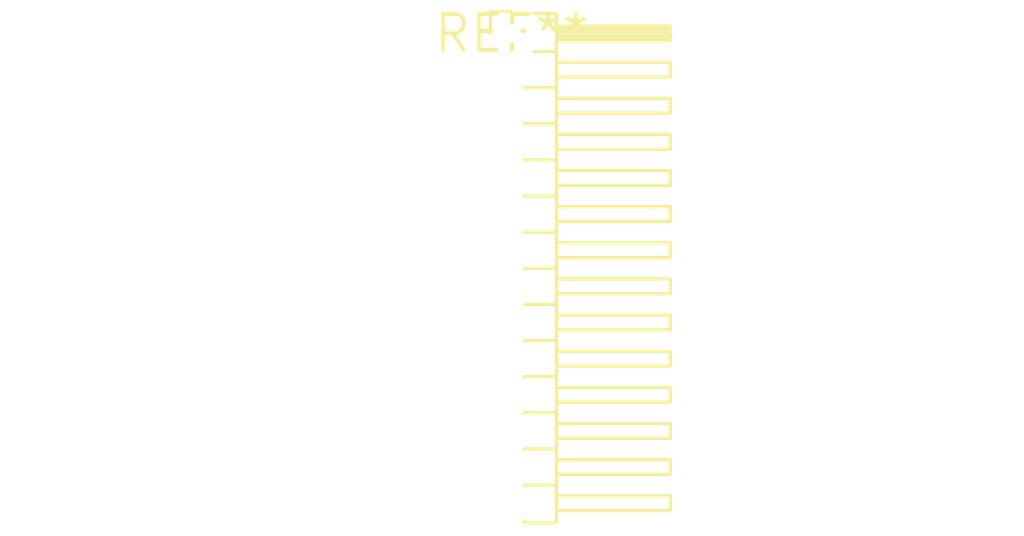
<source format=kicad_pcb>
(kicad_pcb (version 20240108) (generator pcbnew)
  (layers (0 "F.Cu" signal) (31 "B.Cu" signal) (34 "B.Paste" user) (35 "F.Paste" user) (36 "B.SilkS" user "B.Silkscreen") (37 "F.SilkS" user "F.Silkscreen") (38 "B.Mask" user) (39 "F.Mask" user) (44 "Edge.Cuts" user))
  (net 0 "")
  (footprint "PinHeader_1x14_P1.27mm_Horizontal" (layer "F.Cu") (at 0 0)
    (property "Reference" "REF**")
    (property "Value" "PinHeader_1x14_P1.27mm_Horizontal")
    (fp_line (start -0.76 -0.76) (end 0 -0.76) (layer "F.SilkS") (stroke (width 0.12)))
    (fp_line (start -0.76 0) (end -0.76 -0.76) (layer "F.SilkS") (stroke (width 0.12)))
    (fp_line (start 0.44 1.889677) (end 0.44 1.920323) (layer "F.SilkS") (stroke (width 0.12)))
    (fp_line (start 0.44 1.905) (end 1.56 1.905) (layer "F.SilkS") (stroke (width 0.12)))
    (fp_line (start 0.44 3.159677) (end 0.44 3.190323) (layer "F.SilkS") (stroke (width 0.12)))
    (fp_line (start 0.44 3.175) (end 1.56 3.175) (layer "F.SilkS") (stroke (width 0.12)))
    (fp_line (start 0.44 4.429677) (end 0.44 4.460323) (layer "F.SilkS") (stroke (width 0.12)))
    (fp_line (start 0.44 4.445) (end 1.56 4.445) (layer "F.SilkS") (stroke (width 0.12)))
    (fp_line (start 0.44 5.699677) (end 0.44 5.730323) (layer "F.SilkS") (stroke (width 0.12)))
    (fp_line (start 0.44 5.715) (end 1.56 5.715) (layer "F.SilkS") (stroke (width 0.12)))
    (fp_line (start 0.44 6.969677) (end 0.44 7.000323) (layer "F.SilkS") (stroke (width 0.12)))
    (fp_line (start 0.44 6.985) (end 1.56 6.985) (layer "F.SilkS") (stroke (width 0.12)))
    (fp_line (start 0.44 8.239677) (end 0.44 8.270323) (layer "F.SilkS") (stroke (width 0.12)))
    (fp_line (start 0.44 8.255) (end 1.56 8.255) (layer "F.SilkS") (stroke (width 0.12)))
    (fp_line (start 0.44 9.509677) (end 0.44 9.540323) (layer "F.SilkS") (stroke (width 0.12)))
    (fp_line (start 0.44 9.525) (end 1.56 9.525) (layer "F.SilkS") (stroke (width 0.12)))
    (fp_line (start 0.44 10.779677) (end 0.44 10.810323) (layer "F.SilkS") (stroke (width 0.12)))
    (fp_line (start 0.44 10.795) (end 1.56 10.795) (layer "F.SilkS") (stroke (width 0.12)))
    (fp_line (start 0.44 12.049677) (end 0.44 12.080323) (layer "F.SilkS") (stroke (width 0.12)))
    (fp_line (start 0.44 12.065) (end 1.56 12.065) (layer "F.SilkS") (stroke (width 0.12)))
    (fp_line (start 0.44 13.319677) (end 0.44 13.350323) (layer "F.SilkS") (stroke (width 0.12)))
    (fp_line (start 0.44 13.335) (end 1.56 13.335) (layer "F.SilkS") (stroke (width 0.12)))
    (fp_line (start 0.44 14.589677) (end 0.44 14.620323) (layer "F.SilkS") (stroke (width 0.12)))
    (fp_line (start 0.44 14.605) (end 1.56 14.605) (layer "F.SilkS") (stroke (width 0.12)))
    (fp_line (start 0.44 15.859677) (end 0.44 15.890323) (layer "F.SilkS") (stroke (width 0.12)))
    (fp_line (start 0.44 15.875) (end 1.56 15.875) (layer "F.SilkS") (stroke (width 0.12)))
    (fp_line (start 0.44 17.205) (end 0.44 17.129677) (layer "F.SilkS") (stroke (width 0.12)))
    (fp_line (start 0.76 -0.695) (end 1.56 -0.695) (layer "F.SilkS") (stroke (width 0.12)))
    (fp_line (start 0.76 0.635) (end 1.56 0.635) (layer "F.SilkS") (stroke (width 0.12)))
    (fp_line (start 1.56 -0.695) (end 1.56 17.205) (layer "F.SilkS") (stroke (width 0.12)))
    (fp_line (start 1.56 -0.26) (end 5.56 -0.26) (layer "F.SilkS") (stroke (width 0.12)))
    (fp_line (start 1.56 -0.2) (end 5.56 -0.2) (layer "F.SilkS") (stroke (width 0.12)))
    (fp_line (start 1.56 -0.08) (end 5.56 -0.08) (layer "F.SilkS") (stroke (width 0.12)))
    (fp_line (start 1.56 0.04) (end 5.56 0.04) (layer "F.SilkS") (stroke (width 0.12)))
    (fp_line (start 1.56 0.16) (end 5.56 0.16) (layer "F.SilkS") (stroke (width 0.12)))
    (fp_line (start 1.56 1.01) (end 5.56 1.01) (layer "F.SilkS") (stroke (width 0.12)))
    (fp_line (start 1.56 2.28) (end 5.56 2.28) (layer "F.SilkS") (stroke (width 0.12)))
    (fp_line (start 1.56 3.55) (end 5.56 3.55) (layer "F.SilkS") (stroke (width 0.12)))
    (fp_line (start 1.56 4.82) (end 5.56 4.82) (layer "F.SilkS") (stroke (width 0.12)))
    (fp_line (start 1.56 6.09) (end 5.56 6.09) (layer "F.SilkS") (stroke (width 0.12)))
    (fp_line (start 1.56 7.36) (end 5.56 7.36) (layer "F.SilkS") (stroke (width 0.12)))
    (fp_line (start 1.56 8.63) (end 5.56 8.63) (layer "F.SilkS") (stroke (width 0.12)))
    (fp_line (start 1.56 9.9) (end 5.56 9.9) (layer "F.SilkS") (stroke (width 0.12)))
    (fp_line (start 1.56 11.17) (end 5.56 11.17) (layer "F.SilkS") (stroke (width 0.12)))
    (fp_line (start 1.56 12.44) (end 5.56 12.44) (layer "F.SilkS") (stroke (width 0.12)))
    (fp_line (start 1.56 13.71) (end 5.56 13.71) (layer "F.SilkS") (stroke (width 0.12)))
    (fp_line (start 1.56 14.98) (end 5.56 14.98) (layer "F.SilkS") (stroke (width 0.12)))
    (fp_line (start 1.56 16.25) (end 5.56 16.25) (layer "F.SilkS") (stroke (width 0.12)))
    (fp_line (start 1.56 17.205) (end 0.44 17.205) (layer "F.SilkS") (stroke (width 0.12)))
    (fp_line (start 5.56 -0.26) (end 5.56 0.26) (layer "F.SilkS") (stroke (width 0.12)))
    (fp_line (start 5.56 0.26) (end 1.56 0.26) (layer "F.SilkS") (stroke (width 0.12)))
    (fp_line (start 5.56 1.01) (end 5.56 1.53) (layer "F.SilkS") (stroke (width 0.12)))
    (fp_line (start 5.56 1.53) (end 1.56 1.53) (layer "F.SilkS") (stroke (width 0.12)))
    (fp_line (start 5.56 2.28) (end 5.56 2.8) (layer "F.SilkS") (stroke (width 0.12)))
    (fp_line (start 5.56 2.8) (end 1.56 2.8) (layer "F.SilkS") (stroke (width 0.12)))
    (fp_line (start 5.56 3.55) (end 5.56 4.07) (layer "F.SilkS") (stroke (width 0.12)))
    (fp_line (start 5.56 4.07) (end 1.56 4.07) (layer "F.SilkS") (stroke (width 0.12)))
    (fp_line (start 5.56 4.82) (end 5.56 5.34) (layer "F.SilkS") (stroke (width 0.12)))
    (fp_line (start 5.56 5.34) (end 1.56 5.34) (layer "F.SilkS") (stroke (width 0.12)))
    (fp_line (start 5.56 6.09) (end 5.56 6.61) (layer "F.SilkS") (stroke (width 0.12)))
    (fp_line (start 5.56 6.61) (end 1.56 6.61) (layer "F.SilkS") (stroke (width 0.12)))
    (fp_line (start 5.56 7.36) (end 5.56 7.88) (layer "F.SilkS") (stroke (width 0.12)))
    (fp_line (start 5.56 7.88) (end 1.56 7.88) (layer "F.SilkS") (stroke (width 0.12)))
    (fp_line (start 5.56 8.63) (end 5.56 9.15) (layer "F.SilkS") (stroke (width 0.12)))
    (fp_line (start 5.56 9.15) (end 1.56 9.15) (layer "F.SilkS") (stroke (width 0.12)))
    (fp_line (start 5.56 9.9) (end 5.56 10.42) (layer "F.SilkS") (stroke (width 0.12)))
    (fp_line (start 5.56 10.42) (end 1.56 10.42) (layer "F.SilkS") (stroke (width 0.12)))
    (fp_line (start 5.56 11.17) (end 5.56 11.69) (layer "F.SilkS") (stroke (width 0.12)))
    (fp_line (start 5.56 11.69) (end 1.56 11.69) (layer "F.SilkS") (stroke (width 0.12)))
    (fp_line (start 5.56 12.44) (end 5.56 12.96) (layer "F.SilkS") (stroke (width 0.12)))
    (fp_line (start 5.56 12.96) (end 1.56 12.96) (layer "F.SilkS") (stroke (width 0.12)))
    (fp_line (start 5.56 13.71) (end 5.56 14.23) (layer "F.SilkS") (stroke (width 0.12)))
    (fp_line (start 5.56 14.23) (end 1.56 14.23) (layer "F.SilkS") (stroke (width 0.12)))
    (fp_line (start 5.56 14.98) (end 5.56 15.5) (layer "F.SilkS") (stroke (width 0.12)))
    (fp_line (start 5.56 15.5) (end 1.56 15.5) (layer "F.SilkS") (stroke (width 0.12)))
    (fp_line (start 5.56 16.25) (end 5.56 16.77) (layer "F.SilkS") (stroke (width 0.12)))
    (fp_line (start 5.56 16.77) (end 1.56 16.77) (layer "F.SilkS") (stroke (width 0.12)))
    (pad "1" thru_hole rect (at 0 0) (size 1 1) (drill 0.65) (layers *.Cu *.Mask) (remove_unused_layers))
    (pad "2" thru_hole oval (at 0 1.27) (size 1 1) (drill 0.65) (layers *.Cu *.Mask) (remove_unused_layers))
    (pad "3" thru_hole oval (at 0 2.54) (size 1 1) (drill 0.65) (layers *.Cu *.Mask) (remove_unused_layers))
    (pad "4" thru_hole oval (at 0 3.81) (size 1 1) (drill 0.65) (layers *.Cu *.Mask) (remove_unused_layers))
    (pad "5" thru_hole oval (at 0 5.08) (size 1 1) (drill 0.65) (layers *.Cu *.Mask) (remove_unused_layers))
    (pad "6" thru_hole oval (at 0 6.35) (size 1 1) (drill 0.65) (layers *.Cu *.Mask) (remove_unused_layers))
    (pad "7" thru_hole oval (at 0 7.62) (size 1 1) (drill 0.65) (layers *.Cu *.Mask) (remove_unused_layers))
    (pad "8" thru_hole oval (at 0 8.89) (size 1 1) (drill 0.65) (layers *.Cu *.Mask) (remove_unused_layers))
    (pad "9" thru_hole oval (at 0 10.16) (size 1 1) (drill 0.65) (layers *.Cu *.Mask) (remove_unused_layers))
    (pad "10" thru_hole oval (at 0 11.43) (size 1 1) (drill 0.65) (layers *.Cu *.Mask) (remove_unused_layers))
    (pad "11" thru_hole oval (at 0 12.7) (size 1 1) (drill 0.65) (layers *.Cu *.Mask) (remove_unused_layers))
    (pad "12" thru_hole oval (at 0 13.97) (size 1 1) (drill 0.65) (layers *.Cu *.Mask) (remove_unused_layers))
    (pad "13" thru_hole oval (at 0 15.24) (size 1 1) (drill 0.65) (layers *.Cu *.Mask) (remove_unused_layers))
    (pad "14" thru_hole oval (at 0 16.51) (size 1 1) (drill 0.65) (layers *.Cu *.Mask) (remove_unused_layers))
  )
)
</source>
